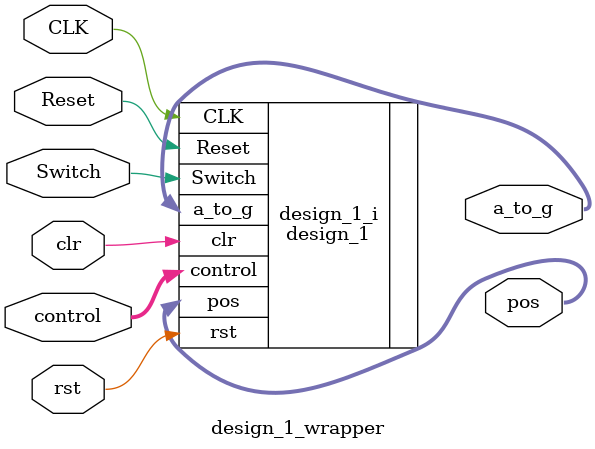
<source format=v>
`timescale 1 ps / 1 ps

module design_1_wrapper
   (CLK,
    Reset,
    Switch,
    a_to_g,
    clr,
    control,
    pos,
    rst);
  input CLK;
  input Reset;
  input Switch;
  output [6:0]a_to_g;
  input clr;
  input [1:0]control;
  output [3:0]pos;
  input rst;

  wire CLK;
  wire Reset;
  wire Switch;
  wire [6:0]a_to_g;
  wire clr;
  wire [1:0]control;
  wire [3:0]pos;
  wire rst;

  design_1 design_1_i
       (.CLK(CLK),
        .Reset(Reset),
        .Switch(Switch),
        .a_to_g(a_to_g),
        .clr(clr),
        .control(control),
        .pos(pos),
        .rst(rst));
endmodule

</source>
